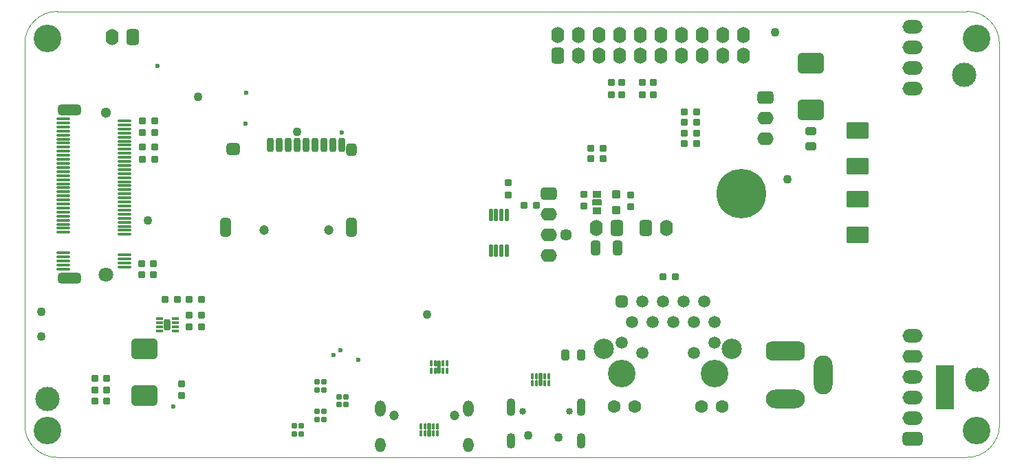
<source format=gbs>
G04*
G04 #@! TF.GenerationSoftware,Altium Limited,Altium Designer,22.2.1 (43)*
G04*
G04 Layer_Color=16711935*
%FSAX44Y44*%
%MOMM*%
G71*
G04*
G04 #@! TF.SameCoordinates,6FBE58D4-8AA7-4130-90BE-7BA939E9B375*
G04*
G04*
G04 #@! TF.FilePolarity,Negative*
G04*
G01*
G75*
%ADD19C,0.1000*%
%ADD52R,2.2000X5.4500*%
%ADD57C,3.0000*%
G04:AMPARAMS|DCode=66|XSize=0.85mm|YSize=0.9mm|CornerRadius=0.2375mm|HoleSize=0mm|Usage=FLASHONLY|Rotation=270.000|XOffset=0mm|YOffset=0mm|HoleType=Round|Shape=RoundedRectangle|*
%AMROUNDEDRECTD66*
21,1,0.8500,0.4250,0,0,270.0*
21,1,0.3750,0.9000,0,0,270.0*
1,1,0.4750,-0.2125,-0.1875*
1,1,0.4750,-0.2125,0.1875*
1,1,0.4750,0.2125,0.1875*
1,1,0.4750,0.2125,-0.1875*
%
%ADD66ROUNDEDRECTD66*%
%ADD68C,1.1000*%
G04:AMPARAMS|DCode=74|XSize=0.85mm|YSize=0.9mm|CornerRadius=0.2375mm|HoleSize=0mm|Usage=FLASHONLY|Rotation=180.000|XOffset=0mm|YOffset=0mm|HoleType=Round|Shape=RoundedRectangle|*
%AMROUNDEDRECTD74*
21,1,0.8500,0.4250,0,0,180.0*
21,1,0.3750,0.9000,0,0,180.0*
1,1,0.4750,-0.1875,0.2125*
1,1,0.4750,0.1875,0.2125*
1,1,0.4750,0.1875,-0.2125*
1,1,0.4750,-0.1875,-0.2125*
%
%ADD74ROUNDEDRECTD74*%
G04:AMPARAMS|DCode=76|XSize=3.15mm|YSize=2.5mm|CornerRadius=0.35mm|HoleSize=0mm|Usage=FLASHONLY|Rotation=0.000|XOffset=0mm|YOffset=0mm|HoleType=Round|Shape=RoundedRectangle|*
%AMROUNDEDRECTD76*
21,1,3.1500,1.8000,0,0,0.0*
21,1,2.4500,2.5000,0,0,0.0*
1,1,0.7000,1.2250,-0.9000*
1,1,0.7000,-1.2250,-0.9000*
1,1,0.7000,-1.2250,0.9000*
1,1,0.7000,1.2250,0.9000*
%
%ADD76ROUNDEDRECTD76*%
%ADD83C,0.6000*%
G04:AMPARAMS|DCode=88|XSize=0.95mm|YSize=1.35mm|CornerRadius=0.22mm|HoleSize=0mm|Usage=FLASHONLY|Rotation=0.000|XOffset=0mm|YOffset=0mm|HoleType=Round|Shape=RoundedRectangle|*
%AMROUNDEDRECTD88*
21,1,0.9500,0.9100,0,0,0.0*
21,1,0.5100,1.3500,0,0,0.0*
1,1,0.4400,0.2550,-0.4550*
1,1,0.4400,-0.2550,-0.4550*
1,1,0.4400,-0.2550,0.4550*
1,1,0.4400,0.2550,0.4550*
%
%ADD88ROUNDEDRECTD88*%
%ADD89O,2.5000X1.6000*%
%ADD90O,2.5000X1.6500*%
%ADD91O,2.5000X1.7000*%
G04:AMPARAMS|DCode=92|XSize=1.7mm|YSize=2.5mm|CornerRadius=0.45mm|HoleSize=0mm|Usage=FLASHONLY|Rotation=90.000|XOffset=0mm|YOffset=0mm|HoleType=Round|Shape=RoundedRectangle|*
%AMROUNDEDRECTD92*
21,1,1.7000,1.6000,0,0,90.0*
21,1,0.8000,2.5000,0,0,90.0*
1,1,0.9000,0.8000,0.4000*
1,1,0.9000,0.8000,-0.4000*
1,1,0.9000,-0.8000,-0.4000*
1,1,0.9000,-0.8000,0.4000*
%
%ADD92ROUNDEDRECTD92*%
%ADD93O,2.0000X1.6000*%
G04:AMPARAMS|DCode=94|XSize=1.6mm|YSize=2mm|CornerRadius=0.425mm|HoleSize=0mm|Usage=FLASHONLY|Rotation=270.000|XOffset=0mm|YOffset=0mm|HoleType=Round|Shape=RoundedRectangle|*
%AMROUNDEDRECTD94*
21,1,1.6000,1.1500,0,0,270.0*
21,1,0.7500,2.0000,0,0,270.0*
1,1,0.8500,-0.5750,-0.3750*
1,1,0.8500,-0.5750,0.3750*
1,1,0.8500,0.5750,0.3750*
1,1,0.8500,0.5750,-0.3750*
%
%ADD94ROUNDEDRECTD94*%
%ADD95O,1.3000X1.8000*%
%ADD96O,1.3000X2.0000*%
%ADD97C,1.2000*%
G04:AMPARAMS|DCode=98|XSize=1.9mm|YSize=1.1mm|CornerRadius=0.55mm|HoleSize=0mm|Usage=FLASHONLY|Rotation=90.000|XOffset=0mm|YOffset=0mm|HoleType=Round|Shape=RoundedRectangle|*
%AMROUNDEDRECTD98*
21,1,1.9000,0.0000,0,0,90.0*
21,1,0.8000,1.1000,0,0,90.0*
1,1,1.1000,0.0000,0.4000*
1,1,1.1000,0.0000,-0.4000*
1,1,1.1000,0.0000,-0.4000*
1,1,1.1000,0.0000,0.4000*
%
%ADD98ROUNDEDRECTD98*%
G04:AMPARAMS|DCode=99|XSize=2.2mm|YSize=1.1mm|CornerRadius=0.55mm|HoleSize=0mm|Usage=FLASHONLY|Rotation=90.000|XOffset=0mm|YOffset=0mm|HoleType=Round|Shape=RoundedRectangle|*
%AMROUNDEDRECTD99*
21,1,2.2000,0.0000,0,0,90.0*
21,1,1.1000,1.1000,0,0,90.0*
1,1,1.1000,0.0000,0.5500*
1,1,1.1000,0.0000,-0.5500*
1,1,1.1000,0.0000,-0.5500*
1,1,1.1000,0.0000,0.5500*
%
%ADD99ROUNDEDRECTD99*%
%ADD100C,0.8500*%
%ADD101C,1.8000*%
%ADD102C,1.3000*%
%ADD103C,0.1000*%
%ADD104O,1.6000X2.0000*%
G04:AMPARAMS|DCode=105|XSize=1.6mm|YSize=2mm|CornerRadius=0.425mm|HoleSize=0mm|Usage=FLASHONLY|Rotation=0.000|XOffset=0mm|YOffset=0mm|HoleType=Round|Shape=RoundedRectangle|*
%AMROUNDEDRECTD105*
21,1,1.6000,1.1500,0,0,0.0*
21,1,0.7500,2.0000,0,0,0.0*
1,1,0.8500,0.3750,-0.5750*
1,1,0.8500,-0.3750,-0.5750*
1,1,0.8500,-0.3750,0.5750*
1,1,0.8500,0.3750,0.5750*
%
%ADD105ROUNDEDRECTD105*%
%ADD106C,1.5000*%
G04:AMPARAMS|DCode=107|XSize=1.5mm|YSize=1.5mm|CornerRadius=0.4mm|HoleSize=0mm|Usage=FLASHONLY|Rotation=180.000|XOffset=0mm|YOffset=0mm|HoleType=Round|Shape=RoundedRectangle|*
%AMROUNDEDRECTD107*
21,1,1.5000,0.7000,0,0,180.0*
21,1,0.7000,1.5000,0,0,180.0*
1,1,0.8000,-0.3500,0.3500*
1,1,0.8000,0.3500,0.3500*
1,1,0.8000,0.3500,-0.3500*
1,1,0.8000,-0.3500,-0.3500*
%
%ADD107ROUNDEDRECTD107*%
%ADD108C,2.5000*%
%ADD109C,3.4000*%
%ADD110C,1.6000*%
%ADD111O,2.3000X4.8000*%
%ADD112O,4.8000X2.3000*%
G04:AMPARAMS|DCode=113|XSize=4.8mm|YSize=2.3mm|CornerRadius=0.6mm|HoleSize=0mm|Usage=FLASHONLY|Rotation=180.000|XOffset=0mm|YOffset=0mm|HoleType=Round|Shape=RoundedRectangle|*
%AMROUNDEDRECTD113*
21,1,4.8000,1.1000,0,0,180.0*
21,1,3.6000,2.3000,0,0,180.0*
1,1,1.2000,-1.8000,0.5500*
1,1,1.2000,1.8000,0.5500*
1,1,1.2000,1.8000,-0.5500*
1,1,1.2000,-1.8000,-0.5500*
%
%ADD113ROUNDEDRECTD113*%
%ADD114C,1.4500*%
%ADD115C,6.1000*%
G04:AMPARAMS|DCode=167|XSize=0.4mm|YSize=1.65mm|CornerRadius=0.1625mm|HoleSize=0mm|Usage=FLASHONLY|Rotation=270.000|XOffset=0mm|YOffset=0mm|HoleType=Round|Shape=RoundedRectangle|*
%AMROUNDEDRECTD167*
21,1,0.4000,1.3250,0,0,270.0*
21,1,0.0750,1.6500,0,0,270.0*
1,1,0.3250,-0.6625,-0.0375*
1,1,0.3250,-0.6625,0.0375*
1,1,0.3250,0.6625,0.0375*
1,1,0.3250,0.6625,-0.0375*
%
%ADD167ROUNDEDRECTD167*%
G04:AMPARAMS|DCode=168|XSize=1.3mm|YSize=2.85mm|CornerRadius=0.35mm|HoleSize=0mm|Usage=FLASHONLY|Rotation=270.000|XOffset=0mm|YOffset=0mm|HoleType=Round|Shape=RoundedRectangle|*
%AMROUNDEDRECTD168*
21,1,1.3000,2.1500,0,0,270.0*
21,1,0.6000,2.8500,0,0,270.0*
1,1,0.7000,-1.0750,-0.3000*
1,1,0.7000,-1.0750,0.3000*
1,1,0.7000,1.0750,0.3000*
1,1,0.7000,1.0750,-0.3000*
%
%ADD168ROUNDEDRECTD168*%
G04:AMPARAMS|DCode=169|XSize=1.4mm|YSize=0.8mm|CornerRadius=0.225mm|HoleSize=0mm|Usage=FLASHONLY|Rotation=90.000|XOffset=0mm|YOffset=0mm|HoleType=Round|Shape=RoundedRectangle|*
%AMROUNDEDRECTD169*
21,1,1.4000,0.3500,0,0,90.0*
21,1,0.9500,0.8000,0,0,90.0*
1,1,0.4500,0.1750,0.4750*
1,1,0.4500,0.1750,-0.4750*
1,1,0.4500,-0.1750,-0.4750*
1,1,0.4500,-0.1750,0.4750*
%
%ADD169ROUNDEDRECTD169*%
G04:AMPARAMS|DCode=170|XSize=0.9mm|YSize=0.4mm|CornerRadius=0.125mm|HoleSize=0mm|Usage=FLASHONLY|Rotation=180.000|XOffset=0mm|YOffset=0mm|HoleType=Round|Shape=RoundedRectangle|*
%AMROUNDEDRECTD170*
21,1,0.9000,0.1500,0,0,180.0*
21,1,0.6500,0.4000,0,0,180.0*
1,1,0.2500,-0.3250,0.0750*
1,1,0.2500,0.3250,0.0750*
1,1,0.2500,0.3250,-0.0750*
1,1,0.2500,-0.3250,-0.0750*
%
%ADD170ROUNDEDRECTD170*%
G04:AMPARAMS|DCode=171|XSize=0.775mm|YSize=0.3mm|CornerRadius=0.1mm|HoleSize=0mm|Usage=FLASHONLY|Rotation=90.000|XOffset=0mm|YOffset=0mm|HoleType=Round|Shape=RoundedRectangle|*
%AMROUNDEDRECTD171*
21,1,0.7750,0.1000,0,0,90.0*
21,1,0.5750,0.3000,0,0,90.0*
1,1,0.2000,0.0500,0.2875*
1,1,0.2000,0.0500,-0.2875*
1,1,0.2000,-0.0500,-0.2875*
1,1,0.2000,-0.0500,0.2875*
%
%ADD171ROUNDEDRECTD171*%
G04:AMPARAMS|DCode=172|XSize=0.875mm|YSize=0.5mm|CornerRadius=0.15mm|HoleSize=0mm|Usage=FLASHONLY|Rotation=90.000|XOffset=0mm|YOffset=0mm|HoleType=Round|Shape=RoundedRectangle|*
%AMROUNDEDRECTD172*
21,1,0.8750,0.2000,0,0,90.0*
21,1,0.5750,0.5000,0,0,90.0*
1,1,0.3000,0.1000,0.2875*
1,1,0.3000,0.1000,-0.2875*
1,1,0.3000,-0.1000,-0.2875*
1,1,0.3000,-0.1000,0.2875*
%
%ADD172ROUNDEDRECTD172*%
G04:AMPARAMS|DCode=173|XSize=0.5mm|YSize=1.5mm|CornerRadius=0.15mm|HoleSize=0mm|Usage=FLASHONLY|Rotation=180.000|XOffset=0mm|YOffset=0mm|HoleType=Round|Shape=RoundedRectangle|*
%AMROUNDEDRECTD173*
21,1,0.5000,1.2000,0,0,180.0*
21,1,0.2000,1.5000,0,0,180.0*
1,1,0.3000,-0.1000,0.6000*
1,1,0.3000,0.1000,0.6000*
1,1,0.3000,0.1000,-0.6000*
1,1,0.3000,-0.1000,-0.6000*
%
%ADD173ROUNDEDRECTD173*%
G04:AMPARAMS|DCode=174|XSize=2.1mm|YSize=2.7mm|CornerRadius=0.25mm|HoleSize=0mm|Usage=FLASHONLY|Rotation=270.000|XOffset=0mm|YOffset=0mm|HoleType=Round|Shape=RoundedRectangle|*
%AMROUNDEDRECTD174*
21,1,2.1000,2.2000,0,0,270.0*
21,1,1.6000,2.7000,0,0,270.0*
1,1,0.5000,-1.1000,-0.8000*
1,1,0.5000,-1.1000,0.8000*
1,1,0.5000,1.1000,0.8000*
1,1,0.5000,1.1000,-0.8000*
%
%ADD174ROUNDEDRECTD174*%
G04:AMPARAMS|DCode=175|XSize=0.95mm|YSize=1.1mm|CornerRadius=0.101mm|HoleSize=0mm|Usage=FLASHONLY|Rotation=270.000|XOffset=0mm|YOffset=0mm|HoleType=Round|Shape=RoundedRectangle|*
%AMROUNDEDRECTD175*
21,1,0.9500,0.8980,0,0,270.0*
21,1,0.7480,1.1000,0,0,270.0*
1,1,0.2020,-0.4490,-0.3740*
1,1,0.2020,-0.4490,0.3740*
1,1,0.2020,0.4490,0.3740*
1,1,0.2020,0.4490,-0.3740*
%
%ADD175ROUNDEDRECTD175*%
G04:AMPARAMS|DCode=176|XSize=0.85mm|YSize=1.1mm|CornerRadius=0.0988mm|HoleSize=0mm|Usage=FLASHONLY|Rotation=270.000|XOffset=0mm|YOffset=0mm|HoleType=Round|Shape=RoundedRectangle|*
%AMROUNDEDRECTD176*
21,1,0.8500,0.9025,0,0,270.0*
21,1,0.6525,1.1000,0,0,270.0*
1,1,0.1975,-0.4513,-0.3263*
1,1,0.1975,-0.4513,0.3263*
1,1,0.1975,0.4513,0.3263*
1,1,0.1975,0.4513,-0.3263*
%
%ADD176ROUNDEDRECTD176*%
G04:AMPARAMS|DCode=177|XSize=0.7mm|YSize=1.1mm|CornerRadius=0.101mm|HoleSize=0mm|Usage=FLASHONLY|Rotation=90.000|XOffset=0mm|YOffset=0mm|HoleType=Round|Shape=RoundedRectangle|*
%AMROUNDEDRECTD177*
21,1,0.7000,0.8980,0,0,90.0*
21,1,0.4980,1.1000,0,0,90.0*
1,1,0.2020,0.4490,0.2490*
1,1,0.2020,0.4490,-0.2490*
1,1,0.2020,-0.4490,-0.2490*
1,1,0.2020,-0.4490,0.2490*
%
%ADD177ROUNDEDRECTD177*%
G04:AMPARAMS|DCode=178|XSize=1.2mm|YSize=1.8mm|CornerRadius=0.325mm|HoleSize=0mm|Usage=FLASHONLY|Rotation=0.000|XOffset=0mm|YOffset=0mm|HoleType=Round|Shape=RoundedRectangle|*
%AMROUNDEDRECTD178*
21,1,1.2000,1.1500,0,0,0.0*
21,1,0.5500,1.8000,0,0,0.0*
1,1,0.6500,0.2750,-0.5750*
1,1,0.6500,-0.2750,-0.5750*
1,1,0.6500,-0.2750,0.5750*
1,1,0.6500,0.2750,0.5750*
%
%ADD178ROUNDEDRECTD178*%
G04:AMPARAMS|DCode=179|XSize=0.8mm|YSize=1.7mm|CornerRadius=0.225mm|HoleSize=0mm|Usage=FLASHONLY|Rotation=180.000|XOffset=0mm|YOffset=0mm|HoleType=Round|Shape=RoundedRectangle|*
%AMROUNDEDRECTD179*
21,1,0.8000,1.2500,0,0,180.0*
21,1,0.3500,1.7000,0,0,180.0*
1,1,0.4500,-0.1750,0.6250*
1,1,0.4500,0.1750,0.6250*
1,1,0.4500,0.1750,-0.6250*
1,1,0.4500,-0.1750,-0.6250*
%
%ADD179ROUNDEDRECTD179*%
G04:AMPARAMS|DCode=180|XSize=1.3mm|YSize=1.5mm|CornerRadius=0.35mm|HoleSize=0mm|Usage=FLASHONLY|Rotation=180.000|XOffset=0mm|YOffset=0mm|HoleType=Round|Shape=RoundedRectangle|*
%AMROUNDEDRECTD180*
21,1,1.3000,0.8000,0,0,180.0*
21,1,0.6000,1.5000,0,0,180.0*
1,1,0.7000,-0.3000,0.4000*
1,1,0.7000,0.3000,0.4000*
1,1,0.7000,0.3000,-0.4000*
1,1,0.7000,-0.3000,-0.4000*
%
%ADD180ROUNDEDRECTD180*%
G04:AMPARAMS|DCode=181|XSize=1.3mm|YSize=2.3mm|CornerRadius=0.35mm|HoleSize=0mm|Usage=FLASHONLY|Rotation=180.000|XOffset=0mm|YOffset=0mm|HoleType=Round|Shape=RoundedRectangle|*
%AMROUNDEDRECTD181*
21,1,1.3000,1.6000,0,0,180.0*
21,1,0.6000,2.3000,0,0,180.0*
1,1,0.7000,-0.3000,0.8000*
1,1,0.7000,0.3000,0.8000*
1,1,0.7000,0.3000,-0.8000*
1,1,0.7000,-0.3000,-0.8000*
%
%ADD181ROUNDEDRECTD181*%
G04:AMPARAMS|DCode=182|XSize=1.7mm|YSize=1.5mm|CornerRadius=0.4mm|HoleSize=0mm|Usage=FLASHONLY|Rotation=180.000|XOffset=0mm|YOffset=0mm|HoleType=Round|Shape=RoundedRectangle|*
%AMROUNDEDRECTD182*
21,1,1.7000,0.7000,0,0,180.0*
21,1,0.9000,1.5000,0,0,180.0*
1,1,0.8000,-0.4500,0.3500*
1,1,0.8000,0.4500,0.3500*
1,1,0.8000,0.4500,-0.3500*
1,1,0.8000,-0.4500,-0.3500*
%
%ADD182ROUNDEDRECTD182*%
G04:AMPARAMS|DCode=183|XSize=0.67mm|YSize=0.67mm|CornerRadius=0.145mm|HoleSize=0mm|Usage=FLASHONLY|Rotation=180.000|XOffset=0mm|YOffset=0mm|HoleType=Round|Shape=RoundedRectangle|*
%AMROUNDEDRECTD183*
21,1,0.6700,0.3800,0,0,180.0*
21,1,0.3800,0.6700,0,0,180.0*
1,1,0.2900,-0.1900,0.1900*
1,1,0.2900,0.1900,0.1900*
1,1,0.2900,0.1900,-0.1900*
1,1,0.2900,-0.1900,-0.1900*
%
%ADD183ROUNDEDRECTD183*%
G04:AMPARAMS|DCode=184|XSize=0.95mm|YSize=1.35mm|CornerRadius=0.22mm|HoleSize=0mm|Usage=FLASHONLY|Rotation=90.000|XOffset=0mm|YOffset=0mm|HoleType=Round|Shape=RoundedRectangle|*
%AMROUNDEDRECTD184*
21,1,0.9500,0.9100,0,0,90.0*
21,1,0.5100,1.3500,0,0,90.0*
1,1,0.4400,0.4550,0.2550*
1,1,0.4400,0.4550,-0.2550*
1,1,0.4400,-0.4550,-0.2550*
1,1,0.4400,-0.4550,0.2550*
%
%ADD184ROUNDEDRECTD184*%
G36*
X00700000Y00318350D02*
X00709000D01*
X00709269D01*
X00709765Y00318144D01*
X00710145Y00317765D01*
X00710350Y00317269D01*
Y00317000D01*
D01*
Y00312000D01*
Y00311731D01*
X00710145Y00311235D01*
X00709765Y00310856D01*
X00709269Y00310650D01*
X00709000D01*
D01*
X00700000D01*
X00699732D01*
X00699235Y00310856D01*
X00698856Y00311235D01*
X00698650Y00311731D01*
Y00312000D01*
Y00317000D01*
Y00317269D01*
X00698856Y00317765D01*
X00699235Y00318144D01*
X00699732Y00318350D01*
X00700000D01*
D01*
D02*
G37*
D19*
X01160000Y00000000D02*
G03*
X01200000Y00040000I00000000J00040000D01*
G01*
X01200000Y00510000D02*
G03*
X01160000Y00550000I-00040000J00000000D01*
G01*
X00000000Y00040000D02*
G03*
X00040000Y-00000000I00040000J00000000D01*
G01*
Y00550000D02*
G03*
X00000000Y00510000I00000000J-00040000D01*
G01*
X01200000Y00040000D02*
X01200000Y00510000D01*
X00040000Y-00000000D02*
X01160000Y00000000D01*
X00040000Y00550000D02*
X01160000Y00550000D01*
X-00000000Y00510000D02*
X00000000Y00040000D01*
X01160000Y00000000D02*
G03*
X01200000Y00040000I00000000J00040000D01*
G01*
X01200000Y00510000D02*
G03*
X01160000Y00550000I-00040000J00000000D01*
G01*
X00000000Y00040000D02*
G03*
X00040000Y-00000000I00040000J00000000D01*
G01*
Y00550000D02*
G03*
X00000000Y00510000I00000000J-00040000D01*
G01*
X01200000Y00040000D02*
X01200000Y00510000D01*
X00040000Y-00000000D02*
X01160000Y00000000D01*
X00040000Y00550000D02*
X01160000Y00550000D01*
X-00000000Y00510000D02*
X00000000Y00040000D01*
D52*
X01133001Y00086251D02*
D03*
D57*
X00027500Y00072500D02*
D03*
X01173000Y00095500D02*
D03*
X01156500Y00471500D02*
D03*
D66*
X00721750Y00462250D02*
D03*
Y00447250D02*
D03*
X00735000Y00462250D02*
D03*
Y00447250D02*
D03*
X00760250Y00462250D02*
D03*
Y00447250D02*
D03*
X00774000Y00447250D02*
D03*
Y00462250D02*
D03*
X00688000Y00324750D02*
D03*
Y00309750D02*
D03*
X00193000Y00076000D02*
D03*
Y00091000D02*
D03*
X00595000Y00323500D02*
D03*
Y00338500D02*
D03*
X00746000Y00308750D02*
D03*
Y00323750D02*
D03*
D68*
X00213500Y00445000D02*
D03*
X00923500Y00524500D02*
D03*
X00151500Y00292000D02*
D03*
X00495000Y00176000D02*
D03*
X00939000Y00343000D02*
D03*
X00335500Y00401500D02*
D03*
X00619999Y00027500D02*
D03*
X00656999Y00025000D02*
D03*
X00020500Y00179500D02*
D03*
Y00149500D02*
D03*
D74*
X00697000Y00381250D02*
D03*
X00712000D02*
D03*
Y00368500D02*
D03*
X00697000D02*
D03*
X00144750Y00415000D02*
D03*
X00159750D02*
D03*
X00144750Y00367500D02*
D03*
X00159750D02*
D03*
X00143500Y00239000D02*
D03*
X00158500D02*
D03*
X00101000Y00069500D02*
D03*
X00086000D02*
D03*
X00101000Y00097500D02*
D03*
X00086000D02*
D03*
X00101000Y00083500D02*
D03*
X00086000D02*
D03*
X00144750Y00400500D02*
D03*
X00159750D02*
D03*
X00202500Y00195000D02*
D03*
X00217500D02*
D03*
X00187500D02*
D03*
X00172500D02*
D03*
X00144750Y00382500D02*
D03*
X00159750D02*
D03*
X00143500Y00225000D02*
D03*
X00158500D02*
D03*
X00202500Y00175500D02*
D03*
X00217500D02*
D03*
X00202500Y00161000D02*
D03*
X00217500D02*
D03*
X00785500Y00223000D02*
D03*
X00800500D02*
D03*
X00827000Y00400000D02*
D03*
X00812000D02*
D03*
X00827000Y00413000D02*
D03*
X00812000D02*
D03*
Y00387000D02*
D03*
X00827000D02*
D03*
X00812000Y00426000D02*
D03*
X00827000D02*
D03*
X00614500Y00310750D02*
D03*
X00629500D02*
D03*
D76*
X00967500Y00485750D02*
D03*
Y00428250D02*
D03*
X00147500Y00133500D02*
D03*
Y00076000D02*
D03*
D83*
X00272500Y00449711D02*
D03*
X00163500Y00482500D02*
D03*
X00380500Y00126000D02*
D03*
X00182500Y00063000D02*
D03*
X00410500Y00120000D02*
D03*
X00388500Y00132000D02*
D03*
X00272000Y00412000D02*
D03*
X00390500Y00401000D02*
D03*
D88*
X00665750Y00126500D02*
D03*
X00684750D02*
D03*
D89*
X01093000Y00124200D02*
D03*
D90*
Y00098800D02*
D03*
D91*
Y00073400D02*
D03*
Y00048000D02*
D03*
Y00454400D02*
D03*
Y00149600D02*
D03*
Y00479800D02*
D03*
Y00505200D02*
D03*
Y00530600D02*
D03*
D92*
Y00022600D02*
D03*
D93*
X00911500Y00392600D02*
D03*
Y00418000D02*
D03*
X00645000Y00248900D02*
D03*
Y00299700D02*
D03*
Y00274300D02*
D03*
D94*
X00911500Y00443400D02*
D03*
X00645000Y00325100D02*
D03*
D95*
X00546250Y00015000D02*
D03*
X00437750D02*
D03*
D96*
X00546250Y00060000D02*
D03*
X00437750D02*
D03*
D97*
X00454500Y00052000D02*
D03*
X00529500D02*
D03*
X00374500Y00280000D02*
D03*
X00294500D02*
D03*
D98*
X00684700Y00020750D02*
D03*
X00598300D02*
D03*
D99*
X00684700Y00062250D02*
D03*
X00598300D02*
D03*
D100*
X00612600Y00057250D02*
D03*
X00670400D02*
D03*
D101*
X00100000Y00225000D02*
D03*
D102*
Y00425000D02*
D03*
D103*
X00565000Y00130000D02*
D03*
X00085000D02*
D03*
X00565000Y00460000D02*
D03*
X00085000D02*
D03*
D104*
X00783200Y00520700D02*
D03*
Y00495200D02*
D03*
X00707000D02*
D03*
X00681600D02*
D03*
X00707000Y00520700D02*
D03*
X00656200D02*
D03*
X00757800Y00495200D02*
D03*
Y00520700D02*
D03*
X00732400D02*
D03*
Y00495200D02*
D03*
X00681600Y00520700D02*
D03*
X00834000D02*
D03*
Y00495200D02*
D03*
X00808600D02*
D03*
Y00520700D02*
D03*
X00859400Y00495250D02*
D03*
Y00520700D02*
D03*
X00884800Y00495200D02*
D03*
Y00520700D02*
D03*
X00789700Y00283000D02*
D03*
X00107300Y00518000D02*
D03*
X00703300Y00283000D02*
D03*
D105*
X00656200Y00495200D02*
D03*
X00764300Y00283000D02*
D03*
X00132700Y00518000D02*
D03*
X00728700Y00283000D02*
D03*
D106*
X00823500Y00128600D02*
D03*
X00760000D02*
D03*
X00810800Y00191900D02*
D03*
X00785400D02*
D03*
X00760000D02*
D03*
X00747300Y00166500D02*
D03*
X00772700D02*
D03*
X00798100D02*
D03*
X00823500D02*
D03*
X00734600Y00141300D02*
D03*
X00848900D02*
D03*
X00836200Y00191900D02*
D03*
X00848900Y00166500D02*
D03*
D107*
X00734600Y00191900D02*
D03*
D108*
X00713000Y00133500D02*
D03*
X00870500D02*
D03*
D109*
X00734600Y00103000D02*
D03*
X00848900D02*
D03*
X01172000Y00033000D02*
D03*
X00028000Y00517000D02*
D03*
X01172000D02*
D03*
X00028000Y00033000D02*
D03*
D110*
X00725450Y00062400D02*
D03*
X00750850D02*
D03*
X00832650D02*
D03*
X00858050D02*
D03*
D111*
X00983000Y00101500D02*
D03*
D112*
X00936000Y00072500D02*
D03*
D113*
Y00131500D02*
D03*
D114*
X00666600Y00274300D02*
D03*
D115*
X00882274Y00325118D02*
D03*
D167*
X00122750Y00275000D02*
D03*
X00047250Y00277500D02*
D03*
X00122750Y00280000D02*
D03*
X00047250Y00282500D02*
D03*
X00122750Y00285000D02*
D03*
X00047250Y00287500D02*
D03*
X00122750Y00290000D02*
D03*
X00047250Y00292500D02*
D03*
X00122750Y00295000D02*
D03*
X00047250Y00297500D02*
D03*
X00122750Y00300000D02*
D03*
X00047250Y00302500D02*
D03*
X00122750Y00305000D02*
D03*
X00047250Y00307500D02*
D03*
X00122750Y00310000D02*
D03*
X00047250Y00312500D02*
D03*
X00122750Y00315000D02*
D03*
X00047250Y00317500D02*
D03*
X00122750Y00320000D02*
D03*
X00047250Y00322500D02*
D03*
X00122750Y00325000D02*
D03*
X00047250Y00327500D02*
D03*
X00122750Y00330000D02*
D03*
X00047250Y00332500D02*
D03*
X00122750Y00335000D02*
D03*
X00047250Y00337500D02*
D03*
X00122750Y00340000D02*
D03*
X00047250Y00342500D02*
D03*
X00122750Y00345000D02*
D03*
X00047250Y00347500D02*
D03*
X00122750Y00350000D02*
D03*
X00047250Y00352500D02*
D03*
X00122750Y00355000D02*
D03*
X00047250Y00357500D02*
D03*
X00122750Y00360000D02*
D03*
X00047250Y00362500D02*
D03*
X00122750Y00365000D02*
D03*
X00047250Y00367500D02*
D03*
X00122750Y00370000D02*
D03*
X00047250Y00372500D02*
D03*
X00122750Y00375000D02*
D03*
X00047250Y00377500D02*
D03*
X00122750Y00380000D02*
D03*
X00047250Y00382500D02*
D03*
X00122750Y00385000D02*
D03*
X00047250Y00387500D02*
D03*
X00122750Y00390000D02*
D03*
X00047250Y00232500D02*
D03*
X00122750Y00235000D02*
D03*
X00047250Y00237500D02*
D03*
X00122750Y00240000D02*
D03*
X00047250Y00242500D02*
D03*
X00122750Y00245000D02*
D03*
X00047250Y00247500D02*
D03*
X00122750Y00250000D02*
D03*
X00047250Y00252500D02*
D03*
Y00392500D02*
D03*
X00122750Y00395000D02*
D03*
X00047250Y00397500D02*
D03*
X00122750Y00400000D02*
D03*
X00047250Y00402500D02*
D03*
X00122750Y00405000D02*
D03*
X00047250Y00407500D02*
D03*
X00122750Y00410000D02*
D03*
X00047250Y00412500D02*
D03*
X00122750Y00415000D02*
D03*
X00047250Y00417500D02*
D03*
D168*
X00055000Y00221500D02*
D03*
Y00428500D02*
D03*
D169*
X00175500Y00163500D02*
D03*
D170*
X00165500Y00171000D02*
D03*
Y00166000D02*
D03*
Y00161000D02*
D03*
Y00156000D02*
D03*
X00185500D02*
D03*
Y00161000D02*
D03*
Y00166000D02*
D03*
Y00171000D02*
D03*
D171*
X00508000Y00038375D02*
D03*
X00503000D02*
D03*
X00493000Y00038375D02*
D03*
X00488000D02*
D03*
X00488000Y00029625D02*
D03*
X00493000D02*
D03*
X00503000Y00029625D02*
D03*
X00508000D02*
D03*
X00644999Y00100375D02*
D03*
X00639999D02*
D03*
X00629999Y00100375D02*
D03*
X00624999D02*
D03*
X00624999Y00091625D02*
D03*
X00629999D02*
D03*
X00639999Y00091625D02*
D03*
X00644999D02*
D03*
X00520000Y00107000D02*
D03*
X00515000D02*
D03*
X00505000Y00107000D02*
D03*
X00500000D02*
D03*
X00500000Y00115750D02*
D03*
X00505000D02*
D03*
X00515000Y00115750D02*
D03*
X00520000D02*
D03*
D172*
X00498000Y00037875D02*
D03*
Y00030125D02*
D03*
X00634999Y00099875D02*
D03*
Y00092125D02*
D03*
X00510000Y00107500D02*
D03*
Y00115250D02*
D03*
D173*
X00573750Y00299000D02*
D03*
X00580250Y00299000D02*
D03*
X00586750Y00299000D02*
D03*
X00593250Y00299000D02*
D03*
X00573750Y00255000D02*
D03*
X00580250Y00255000D02*
D03*
X00586750Y00255000D02*
D03*
X00593250Y00255000D02*
D03*
D174*
X01025500Y00318500D02*
D03*
Y00274500D02*
D03*
Y00403500D02*
D03*
Y00359500D02*
D03*
D175*
X00728000Y00324000D02*
D03*
Y00305000D02*
D03*
D176*
X00704500Y00324750D02*
D03*
Y00304250D02*
D03*
D177*
Y00314500D02*
D03*
D178*
X00729750Y00258000D02*
D03*
X00702750D02*
D03*
D179*
X00302500Y00385000D02*
D03*
X00313500D02*
D03*
X00324500D02*
D03*
X00335500D02*
D03*
X00346500D02*
D03*
X00357500D02*
D03*
X00368500D02*
D03*
X00379500D02*
D03*
X00390500D02*
D03*
D180*
X00402500Y00379000D02*
D03*
D181*
Y00284000D02*
D03*
X00247500Y00284000D02*
D03*
D182*
X00256500Y00380000D02*
D03*
D183*
X00395500Y00065000D02*
D03*
X00386500D02*
D03*
X00331500Y00029000D02*
D03*
X00340500D02*
D03*
X00359500Y00093000D02*
D03*
X00368500D02*
D03*
X00386500Y00075000D02*
D03*
X00395500D02*
D03*
X00359500Y00083000D02*
D03*
X00368500D02*
D03*
X00331500Y00039000D02*
D03*
X00340500D02*
D03*
X00359500Y00047000D02*
D03*
X00368500D02*
D03*
X00359500Y00057000D02*
D03*
X00368500D02*
D03*
D184*
X00968000Y00383500D02*
D03*
Y00402500D02*
D03*
M02*

</source>
